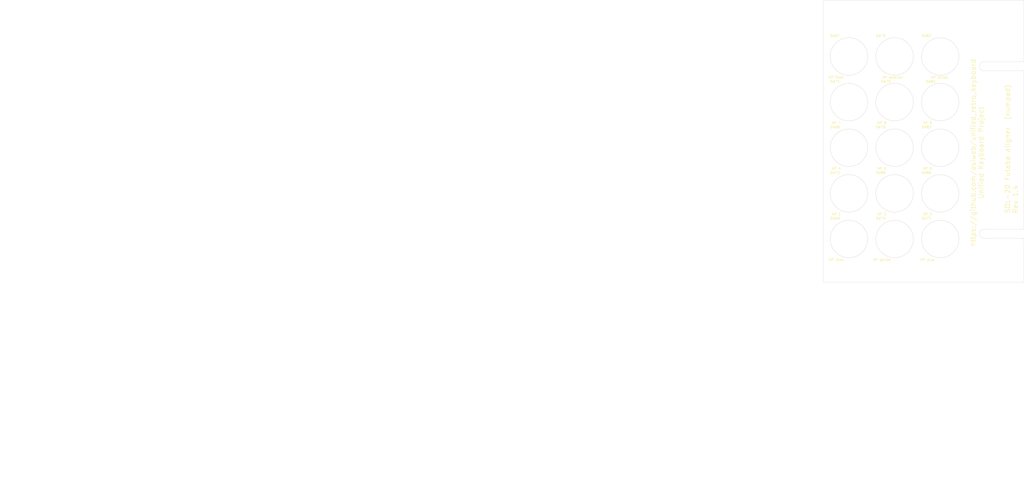
<source format=kicad_pcb>
(kicad_pcb (version 20171130) (host pcbnew "(5.1.5-0-10_14)")

  (general
    (thickness 1.6)
    (drawings 15)
    (tracks 0)
    (zones 0)
    (modules 19)
    (nets 1)
  )

  (page C)
  (title_block
    (title "Unified Retro Keyboard")
    (date 2019-08-25)
    (rev 1.1)
    (company OSIWeb.org)
    (comment 1 "Key aligner - Futaba (numpad)")
  )

  (layers
    (0 F.Cu signal)
    (31 B.Cu signal)
    (32 B.Adhes user)
    (33 F.Adhes user)
    (34 B.Paste user)
    (35 F.Paste user)
    (36 B.SilkS user)
    (37 F.SilkS user)
    (38 B.Mask user)
    (39 F.Mask user)
    (40 Dwgs.User user)
    (41 Cmts.User user)
    (42 Eco1.User user)
    (43 Eco2.User user)
    (44 Edge.Cuts user)
    (45 Margin user)
    (46 B.CrtYd user)
    (47 F.CrtYd user)
    (48 B.Fab user)
    (49 F.Fab user)
  )

  (setup
    (last_trace_width 0.254)
    (user_trace_width 0.254)
    (user_trace_width 0.508)
    (user_trace_width 1.27)
    (trace_clearance 0.2)
    (zone_clearance 0.508)
    (zone_45_only no)
    (trace_min 0.2)
    (via_size 0.8128)
    (via_drill 0.4064)
    (via_min_size 0.4)
    (via_min_drill 0.3)
    (user_via 1.27 0.7112)
    (uvia_size 0.3048)
    (uvia_drill 0.1016)
    (uvias_allowed no)
    (uvia_min_size 0.2)
    (uvia_min_drill 0.1)
    (edge_width 0.05)
    (segment_width 0.2)
    (pcb_text_width 0.3)
    (pcb_text_size 1.5 1.5)
    (mod_edge_width 0.12)
    (mod_text_size 1 1)
    (mod_text_width 0.15)
    (pad_size 3.81 3.81)
    (pad_drill 3.81)
    (pad_to_mask_clearance 0)
    (aux_axis_origin 61.4172 179.1081)
    (grid_origin 76.835 223.393)
    (visible_elements 7FFFEFFF)
    (pcbplotparams
      (layerselection 0x010fc_ffffffff)
      (usegerberextensions false)
      (usegerberattributes false)
      (usegerberadvancedattributes false)
      (creategerberjobfile false)
      (excludeedgelayer true)
      (linewidth 0.100000)
      (plotframeref false)
      (viasonmask false)
      (mode 1)
      (useauxorigin false)
      (hpglpennumber 1)
      (hpglpenspeed 20)
      (hpglpendiameter 15.000000)
      (psnegative false)
      (psa4output false)
      (plotreference true)
      (plotvalue true)
      (plotinvisibletext false)
      (padsonsilk false)
      (subtractmaskfromsilk false)
      (outputformat 1)
      (mirror false)
      (drillshape 0)
      (scaleselection 1)
      (outputdirectory "outputs"))
  )

  (net 0 "")

  (net_class Default "This is the default net class."
    (clearance 0.2)
    (trace_width 0.254)
    (via_dia 0.8128)
    (via_drill 0.4064)
    (uvia_dia 0.3048)
    (uvia_drill 0.1016)
    (diff_pair_width 0.2032)
    (diff_pair_gap 0.254)
  )

  (net_class power1 ""
    (clearance 0.254)
    (trace_width 1.27)
    (via_dia 1.27)
    (via_drill 0.7112)
    (uvia_dia 0.3048)
    (uvia_drill 0.1016)
    (diff_pair_width 0.2032)
    (diff_pair_gap 0.254)
  )

  (net_class signal ""
    (clearance 0.2032)
    (trace_width 0.254)
    (via_dia 0.8128)
    (via_drill 0.4064)
    (uvia_dia 0.3048)
    (uvia_drill 0.1016)
    (diff_pair_width 0.2032)
    (diff_pair_gap 0.254)
  )

  (module unikbd:Futaba-MD-4PCS-aligner locked (layer F.Cu) (tedit 5DA63068) (tstamp 5E12D55C)
    (at 451.47738 168.69156)
    (path /5E16AC8E/5E1BE10C)
    (fp_text reference SW76 (at -5.7912 -8.6106) (layer F.SilkS)
      (effects (font (size 1 1) (thickness 0.15)))
    )
    (fp_text value "NP 5" (at -5.334 8.6614) (layer F.SilkS)
      (effects (font (size 1 1) (thickness 0.15)))
    )
    (fp_circle (center 0 0) (end 7.8232 0) (layer Edge.Cuts) (width 0.12))
    (pad "" np_thru_hole circle (at -6.985 -6.985) (size 1.6256 1.6256) (drill 1.6256) (layers *.Cu *.Mask))
    (pad "" np_thru_hole circle (at -6.985 6.985) (size 1.6256 1.6256) (drill 1.6256) (layers *.Cu *.Mask))
    (pad "" np_thru_hole circle (at 6.985 6.985) (size 1.6256 1.6256) (drill 1.6256) (layers *.Cu *.Mask))
    (pad "" np_thru_hole circle (at 6.985 -6.985) (size 1.6256 1.6256) (drill 1.6256) (layers *.Cu *.Mask))
  )

  (module unikbd:Futaba-MD-4PCS-aligner locked (layer F.Cu) (tedit 5DA63068) (tstamp 5E12D4BC)
    (at 432.42738 168.69156)
    (path /5E16AC8E/5E1BE109)
    (fp_text reference SW68 (at -5.7912 -8.6106) (layer F.SilkS)
      (effects (font (size 1 1) (thickness 0.15)))
    )
    (fp_text value "NP 4" (at -5.334 8.6614) (layer F.SilkS)
      (effects (font (size 1 1) (thickness 0.15)))
    )
    (fp_circle (center 0 0) (end 7.8232 0) (layer Edge.Cuts) (width 0.12))
    (pad "" np_thru_hole circle (at -6.985 -6.985) (size 1.6256 1.6256) (drill 1.6256) (layers *.Cu *.Mask))
    (pad "" np_thru_hole circle (at -6.985 6.985) (size 1.6256 1.6256) (drill 1.6256) (layers *.Cu *.Mask))
    (pad "" np_thru_hole circle (at 6.985 6.985) (size 1.6256 1.6256) (drill 1.6256) (layers *.Cu *.Mask))
    (pad "" np_thru_hole circle (at 6.985 -6.985) (size 1.6256 1.6256) (drill 1.6256) (layers *.Cu *.Mask))
  )

  (module unikbd:Futaba-MD-4PCS-aligner locked (layer F.Cu) (tedit 5DA63068) (tstamp 5E12D5E8)
    (at 470.52738 168.69156)
    (path /5E16AC8E/5E1BE10D)
    (fp_text reference SW83 (at -5.7912 -8.6106) (layer F.SilkS)
      (effects (font (size 1 1) (thickness 0.15)))
    )
    (fp_text value "NP 6" (at -5.334 8.6614) (layer F.SilkS)
      (effects (font (size 1 1) (thickness 0.15)))
    )
    (fp_circle (center 0 0) (end 7.8232 0) (layer Edge.Cuts) (width 0.12))
    (pad "" np_thru_hole circle (at -6.985 -6.985) (size 1.6256 1.6256) (drill 1.6256) (layers *.Cu *.Mask))
    (pad "" np_thru_hole circle (at -6.985 6.985) (size 1.6256 1.6256) (drill 1.6256) (layers *.Cu *.Mask))
    (pad "" np_thru_hole circle (at 6.985 6.985) (size 1.6256 1.6256) (drill 1.6256) (layers *.Cu *.Mask))
    (pad "" np_thru_hole circle (at 6.985 -6.985) (size 1.6256 1.6256) (drill 1.6256) (layers *.Cu *.Mask))
  )

  (module unikbd:Futaba-MD-4PCS-aligner locked (layer F.Cu) (tedit 5DA63068) (tstamp 5E120789)
    (at 470.52738 149.64156)
    (path /5E16AC8E/5E1BE103)
    (fp_text reference SW85 (at -4.03098 -8.56996) (layer F.SilkS)
      (effects (font (size 1 1) (thickness 0.15)))
    )
    (fp_text value "NP 9" (at -5.334 8.6614) (layer F.SilkS)
      (effects (font (size 1 1) (thickness 0.15)))
    )
    (fp_circle (center 0 0) (end 7.8232 0) (layer Edge.Cuts) (width 0.12))
    (pad "" np_thru_hole circle (at -6.985 -6.985) (size 1.6256 1.6256) (drill 1.6256) (layers *.Cu *.Mask))
    (pad "" np_thru_hole circle (at -6.985 6.985) (size 1.6256 1.6256) (drill 1.6256) (layers *.Cu *.Mask))
    (pad "" np_thru_hole circle (at 6.985 6.985) (size 1.6256 1.6256) (drill 1.6256) (layers *.Cu *.Mask))
    (pad "" np_thru_hole circle (at 6.985 -6.985) (size 1.6256 1.6256) (drill 1.6256) (layers *.Cu *.Mask))
  )

  (module unikbd:Futaba-MD-4PCS-aligner locked (layer F.Cu) (tedit 5DA63068) (tstamp 5E12D624)
    (at 470.52738 187.74156)
    (path /5E16AC8E/5E1BE10E)
    (fp_text reference SW86 (at -5.7912 -8.6106) (layer F.SilkS)
      (effects (font (size 1 1) (thickness 0.15)))
    )
    (fp_text value "NP 3" (at -5.334 8.6614) (layer F.SilkS)
      (effects (font (size 1 1) (thickness 0.15)))
    )
    (fp_circle (center 0 0) (end 7.8232 0) (layer Edge.Cuts) (width 0.12))
    (pad "" np_thru_hole circle (at -6.985 -6.985) (size 1.6256 1.6256) (drill 1.6256) (layers *.Cu *.Mask))
    (pad "" np_thru_hole circle (at -6.985 6.985) (size 1.6256 1.6256) (drill 1.6256) (layers *.Cu *.Mask))
    (pad "" np_thru_hole circle (at 6.985 6.985) (size 1.6256 1.6256) (drill 1.6256) (layers *.Cu *.Mask))
    (pad "" np_thru_hole circle (at 6.985 -6.985) (size 1.6256 1.6256) (drill 1.6256) (layers *.Cu *.Mask))
  )

  (module unikbd:Futaba-MD-4PCS-aligner locked (layer F.Cu) (tedit 5DA63068) (tstamp 5E12D5D4)
    (at 470.52738 130.59156)
    (path /5E16AC8E/5E1BE102)
    (fp_text reference SW82 (at -5.7912 -8.6106) (layer F.SilkS)
      (effects (font (size 1 1) (thickness 0.15)))
    )
    (fp_text value "NP divide" (at -0.29718 8.72744) (layer F.SilkS)
      (effects (font (size 1 1) (thickness 0.15)))
    )
    (fp_circle (center 0 0) (end 7.8232 0) (layer Edge.Cuts) (width 0.12))
    (pad "" np_thru_hole circle (at -6.985 -6.985) (size 1.6256 1.6256) (drill 1.6256) (layers *.Cu *.Mask))
    (pad "" np_thru_hole circle (at -6.985 6.985) (size 1.6256 1.6256) (drill 1.6256) (layers *.Cu *.Mask))
    (pad "" np_thru_hole circle (at 6.985 6.985) (size 1.6256 1.6256) (drill 1.6256) (layers *.Cu *.Mask))
    (pad "" np_thru_hole circle (at 6.985 -6.985) (size 1.6256 1.6256) (drill 1.6256) (layers *.Cu *.Mask))
  )

  (module unikbd:Futaba-MD-4PCS-aligner locked (layer F.Cu) (tedit 5DA63068) (tstamp 5E12D5AC)
    (at 451.47738 187.74156)
    (path /5E16AC8E/5E1BE10B)
    (fp_text reference SW80 (at -5.7912 -8.6106) (layer F.SilkS)
      (effects (font (size 1 1) (thickness 0.15)))
    )
    (fp_text value "NP 2" (at -5.334 8.6614) (layer F.SilkS)
      (effects (font (size 1 1) (thickness 0.15)))
    )
    (fp_circle (center 0 0) (end 7.8232 0) (layer Edge.Cuts) (width 0.12))
    (pad "" np_thru_hole circle (at -6.985 -6.985) (size 1.6256 1.6256) (drill 1.6256) (layers *.Cu *.Mask))
    (pad "" np_thru_hole circle (at -6.985 6.985) (size 1.6256 1.6256) (drill 1.6256) (layers *.Cu *.Mask))
    (pad "" np_thru_hole circle (at 6.985 6.985) (size 1.6256 1.6256) (drill 1.6256) (layers *.Cu *.Mask))
    (pad "" np_thru_hole circle (at 6.985 -6.985) (size 1.6256 1.6256) (drill 1.6256) (layers *.Cu *.Mask))
  )

  (module unikbd:Futaba-MD-4PCS-aligner locked (layer F.Cu) (tedit 5DA63068) (tstamp 5E12D598)
    (at 451.47738 149.64156)
    (path /5E16AC8E/5E1BE100)
    (fp_text reference SW79 (at -3.75158 -8.56996) (layer F.SilkS)
      (effects (font (size 1 1) (thickness 0.15)))
    )
    (fp_text value "NP 8" (at -5.334 8.6614) (layer F.SilkS)
      (effects (font (size 1 1) (thickness 0.15)))
    )
    (fp_circle (center 0 0) (end 7.8232 0) (layer Edge.Cuts) (width 0.12))
    (pad "" np_thru_hole circle (at -6.985 -6.985) (size 1.6256 1.6256) (drill 1.6256) (layers *.Cu *.Mask))
    (pad "" np_thru_hole circle (at -6.985 6.985) (size 1.6256 1.6256) (drill 1.6256) (layers *.Cu *.Mask))
    (pad "" np_thru_hole circle (at 6.985 6.985) (size 1.6256 1.6256) (drill 1.6256) (layers *.Cu *.Mask))
    (pad "" np_thru_hole circle (at 6.985 -6.985) (size 1.6256 1.6256) (drill 1.6256) (layers *.Cu *.Mask))
  )

  (module unikbd:Futaba-MD-4PCS-aligner locked (layer F.Cu) (tedit 5DA63068) (tstamp 5E12D570)
    (at 470.52738 206.79156)
    (path /5E16AC8E/5E1BE116)
    (fp_text reference SW77 (at -5.7912 -8.6106) (layer F.SilkS)
      (effects (font (size 1 1) (thickness 0.15)))
    )
    (fp_text value "NP plus" (at -5.334 8.6614) (layer F.SilkS)
      (effects (font (size 1 1) (thickness 0.15)))
    )
    (fp_circle (center 0 0) (end 7.8232 0) (layer Edge.Cuts) (width 0.12))
    (pad "" np_thru_hole circle (at -6.985 -6.985) (size 1.6256 1.6256) (drill 1.6256) (layers *.Cu *.Mask))
    (pad "" np_thru_hole circle (at -6.985 6.985) (size 1.6256 1.6256) (drill 1.6256) (layers *.Cu *.Mask))
    (pad "" np_thru_hole circle (at 6.985 6.985) (size 1.6256 1.6256) (drill 1.6256) (layers *.Cu *.Mask))
    (pad "" np_thru_hole circle (at 6.985 -6.985) (size 1.6256 1.6256) (drill 1.6256) (layers *.Cu *.Mask))
  )

  (module unikbd:Futaba-MD-4PCS-aligner locked (layer F.Cu) (tedit 5DA63068) (tstamp 5E114E20)
    (at 451.47738 130.59156)
    (path /5E16AC8E/5E1BE101)
    (fp_text reference SW75 (at -5.7912 -8.6106) (layer F.SilkS)
      (effects (font (size 1 1) (thickness 0.15)))
    )
    (fp_text value "NP asterisk" (at -0.88138 8.72744) (layer F.SilkS)
      (effects (font (size 1 1) (thickness 0.15)))
    )
    (fp_circle (center 0 0) (end 7.8232 0) (layer Edge.Cuts) (width 0.12))
    (pad "" np_thru_hole circle (at -6.985 -6.985) (size 1.6256 1.6256) (drill 1.6256) (layers *.Cu *.Mask))
    (pad "" np_thru_hole circle (at -6.985 6.985) (size 1.6256 1.6256) (drill 1.6256) (layers *.Cu *.Mask))
    (pad "" np_thru_hole circle (at 6.985 6.985) (size 1.6256 1.6256) (drill 1.6256) (layers *.Cu *.Mask))
    (pad "" np_thru_hole circle (at 6.985 -6.985) (size 1.6256 1.6256) (drill 1.6256) (layers *.Cu *.Mask))
  )

  (module unikbd:Futaba-MD-4PCS-aligner locked (layer F.Cu) (tedit 5DA63068) (tstamp 5E12D520)
    (at 451.47738 206.79156)
    (path /5E16AC8E/5BC6D0AD)
    (fp_text reference SW73 (at -5.7912 -8.6106) (layer F.SilkS)
      (effects (font (size 1 1) (thickness 0.15)))
    )
    (fp_text value "NP period" (at -5.334 8.6614) (layer F.SilkS)
      (effects (font (size 1 1) (thickness 0.15)))
    )
    (fp_circle (center 0 0) (end 7.8232 0) (layer Edge.Cuts) (width 0.12))
    (pad "" np_thru_hole circle (at -6.985 -6.985) (size 1.6256 1.6256) (drill 1.6256) (layers *.Cu *.Mask))
    (pad "" np_thru_hole circle (at -6.985 6.985) (size 1.6256 1.6256) (drill 1.6256) (layers *.Cu *.Mask))
    (pad "" np_thru_hole circle (at 6.985 6.985) (size 1.6256 1.6256) (drill 1.6256) (layers *.Cu *.Mask))
    (pad "" np_thru_hole circle (at 6.985 -6.985) (size 1.6256 1.6256) (drill 1.6256) (layers *.Cu *.Mask))
  )

  (module unikbd:Futaba-MD-4PCS-aligner locked (layer F.Cu) (tedit 5DA63068) (tstamp 5E12D50C)
    (at 432.42738 187.74156)
    (path /5E16AC8E/5E1BE10A)
    (fp_text reference SW72 (at -5.7912 -8.6106) (layer F.SilkS)
      (effects (font (size 1 1) (thickness 0.15)))
    )
    (fp_text value "NP 1" (at -5.334 8.6614) (layer F.SilkS)
      (effects (font (size 1 1) (thickness 0.15)))
    )
    (fp_circle (center 0 0) (end 7.8232 0) (layer Edge.Cuts) (width 0.12))
    (pad "" np_thru_hole circle (at -6.985 -6.985) (size 1.6256 1.6256) (drill 1.6256) (layers *.Cu *.Mask))
    (pad "" np_thru_hole circle (at -6.985 6.985) (size 1.6256 1.6256) (drill 1.6256) (layers *.Cu *.Mask))
    (pad "" np_thru_hole circle (at 6.985 6.985) (size 1.6256 1.6256) (drill 1.6256) (layers *.Cu *.Mask))
    (pad "" np_thru_hole circle (at 6.985 -6.985) (size 1.6256 1.6256) (drill 1.6256) (layers *.Cu *.Mask))
  )

  (module unikbd:Futaba-MD-4PCS-aligner locked (layer F.Cu) (tedit 5DA63068) (tstamp 5E12D4F8)
    (at 432.42738 149.64156)
    (path /5E16AC8E/5E1BE0FF)
    (fp_text reference SW71 (at -5.7912 -8.6106) (layer F.SilkS)
      (effects (font (size 1 1) (thickness 0.15)))
    )
    (fp_text value "NP 7" (at -5.334 8.6614) (layer F.SilkS)
      (effects (font (size 1 1) (thickness 0.15)))
    )
    (fp_circle (center 0 0) (end 7.8232 0) (layer Edge.Cuts) (width 0.12))
    (pad "" np_thru_hole circle (at -6.985 -6.985) (size 1.6256 1.6256) (drill 1.6256) (layers *.Cu *.Mask))
    (pad "" np_thru_hole circle (at -6.985 6.985) (size 1.6256 1.6256) (drill 1.6256) (layers *.Cu *.Mask))
    (pad "" np_thru_hole circle (at 6.985 6.985) (size 1.6256 1.6256) (drill 1.6256) (layers *.Cu *.Mask))
    (pad "" np_thru_hole circle (at 6.985 -6.985) (size 1.6256 1.6256) (drill 1.6256) (layers *.Cu *.Mask))
  )

  (module unikbd:Futaba-MD-4PCS-aligner locked (layer F.Cu) (tedit 5DA63068) (tstamp 5E12D4D0)
    (at 432.42738 206.79156)
    (path /5E16AC8E/5E149AE2)
    (fp_text reference SW69 (at -5.7912 -8.6106) (layer F.SilkS)
      (effects (font (size 1 1) (thickness 0.15)))
    )
    (fp_text value "NP Zero" (at -5.334 8.6614) (layer F.SilkS)
      (effects (font (size 1 1) (thickness 0.15)))
    )
    (fp_circle (center 0 0) (end 7.8232 0) (layer Edge.Cuts) (width 0.12))
    (pad "" np_thru_hole circle (at -6.985 -6.985) (size 1.6256 1.6256) (drill 1.6256) (layers *.Cu *.Mask))
    (pad "" np_thru_hole circle (at -6.985 6.985) (size 1.6256 1.6256) (drill 1.6256) (layers *.Cu *.Mask))
    (pad "" np_thru_hole circle (at 6.985 6.985) (size 1.6256 1.6256) (drill 1.6256) (layers *.Cu *.Mask))
    (pad "" np_thru_hole circle (at 6.985 -6.985) (size 1.6256 1.6256) (drill 1.6256) (layers *.Cu *.Mask))
  )

  (module unikbd:Futaba-MD-4PCS-aligner locked (layer F.Cu) (tedit 5DA63068) (tstamp 5E12D4A8)
    (at 432.42738 130.59156)
    (path /5E16AC8E/5E13E76B)
    (fp_text reference SW67 (at -5.7912 -8.6106) (layer F.SilkS)
      (effects (font (size 1 1) (thickness 0.15)))
    )
    (fp_text value "NP Dash" (at -5.334 8.6614) (layer F.SilkS)
      (effects (font (size 1 1) (thickness 0.15)))
    )
    (fp_circle (center 0 0) (end 7.8232 0) (layer Edge.Cuts) (width 0.12))
    (pad "" np_thru_hole circle (at -6.985 -6.985) (size 1.6256 1.6256) (drill 1.6256) (layers *.Cu *.Mask))
    (pad "" np_thru_hole circle (at -6.985 6.985) (size 1.6256 1.6256) (drill 1.6256) (layers *.Cu *.Mask))
    (pad "" np_thru_hole circle (at 6.985 6.985) (size 1.6256 1.6256) (drill 1.6256) (layers *.Cu *.Mask))
    (pad "" np_thru_hole circle (at 6.985 -6.985) (size 1.6256 1.6256) (drill 1.6256) (layers *.Cu *.Mask))
  )

  (module MountingHole:MountingHole_3.2mm_M3 locked (layer F.Cu) (tedit 56D1B4CB) (tstamp 5E75490D)
    (at 432.42738 219.49156)
    (descr "Mounting Hole 3.2mm, no annular, M3")
    (tags "mounting hole 3.2mm no annular m3")
    (attr virtual)
    (fp_text reference REF** (at 0 -4.2) (layer F.SilkS) hide
      (effects (font (size 1 1) (thickness 0.15)))
    )
    (fp_text value MountingHole_3.2mm_M3 (at 0 4.2) (layer F.Fab)
      (effects (font (size 1 1) (thickness 0.15)))
    )
    (fp_text user %R (at 0.3 0) (layer F.Fab)
      (effects (font (size 1 1) (thickness 0.15)))
    )
    (fp_circle (center 0 0) (end 3.2 0) (layer Cmts.User) (width 0.15))
    (fp_circle (center 0 0) (end 3.45 0) (layer F.CrtYd) (width 0.05))
    (pad 1 np_thru_hole circle (at 0 0) (size 3.2 3.2) (drill 3.2) (layers *.Cu *.Mask))
  )

  (module MountingHole:MountingHole_3.2mm_M3 locked (layer F.Cu) (tedit 56D1B4CB) (tstamp 5E75490D)
    (at 470.52738 219.49156)
    (descr "Mounting Hole 3.2mm, no annular, M3")
    (tags "mounting hole 3.2mm no annular m3")
    (attr virtual)
    (fp_text reference REF** (at 0 -4.2) (layer F.SilkS) hide
      (effects (font (size 1 1) (thickness 0.15)))
    )
    (fp_text value MountingHole_3.2mm_M3 (at 0 4.2) (layer F.Fab)
      (effects (font (size 1 1) (thickness 0.15)))
    )
    (fp_text user %R (at 0.3 0) (layer F.Fab)
      (effects (font (size 1 1) (thickness 0.15)))
    )
    (fp_circle (center 0 0) (end 3.2 0) (layer Cmts.User) (width 0.15))
    (fp_circle (center 0 0) (end 3.45 0) (layer F.CrtYd) (width 0.05))
    (pad 1 np_thru_hole circle (at 0 0) (size 3.2 3.2) (drill 3.2) (layers *.Cu *.Mask))
  )

  (module MountingHole:MountingHole_3.2mm_M3 locked (layer F.Cu) (tedit 56D1B4CB) (tstamp 5E75490D)
    (at 470.52738 114.08156)
    (descr "Mounting Hole 3.2mm, no annular, M3")
    (tags "mounting hole 3.2mm no annular m3")
    (attr virtual)
    (fp_text reference REF** (at 0 -4.2) (layer F.SilkS) hide
      (effects (font (size 1 1) (thickness 0.15)))
    )
    (fp_text value MountingHole_3.2mm_M3 (at 0 4.2) (layer F.Fab)
      (effects (font (size 1 1) (thickness 0.15)))
    )
    (fp_text user %R (at 0.3 0) (layer F.Fab)
      (effects (font (size 1 1) (thickness 0.15)))
    )
    (fp_circle (center 0 0) (end 3.2 0) (layer Cmts.User) (width 0.15))
    (fp_circle (center 0 0) (end 3.45 0) (layer F.CrtYd) (width 0.05))
    (pad 1 np_thru_hole circle (at 0 0) (size 3.2 3.2) (drill 3.2) (layers *.Cu *.Mask))
  )

  (module MountingHole:MountingHole_3.2mm_M3 locked (layer F.Cu) (tedit 56D1B4CB) (tstamp 5E75490D)
    (at 432.42738 114.08156)
    (descr "Mounting Hole 3.2mm, no annular, M3")
    (tags "mounting hole 3.2mm no annular m3")
    (attr virtual)
    (fp_text reference REF** (at 0 -4.2) (layer F.SilkS) hide
      (effects (font (size 1 1) (thickness 0.15)))
    )
    (fp_text value MountingHole_3.2mm_M3 (at 0 4.2) (layer F.Fab)
      (effects (font (size 1 1) (thickness 0.15)))
    )
    (fp_text user %R (at 0.3 0) (layer F.Fab)
      (effects (font (size 1 1) (thickness 0.15)))
    )
    (fp_circle (center 0 0) (end 3.2 0) (layer Cmts.User) (width 0.15))
    (fp_circle (center 0 0) (end 3.45 0) (layer F.CrtYd) (width 0.05))
    (pad 1 np_thru_hole circle (at 0 0) (size 3.2 3.2) (drill 3.2) (layers *.Cu *.Mask))
  )

  (gr_line (start 505.44984 202.66914) (end 505.44984 136.62914) (layer Edge.Cuts) (width 0.1016) (tstamp 5E8D7DB8))
  (gr_line (start 421.767 224.79) (end 421.767 107.0864) (layer Edge.Cuts) (width 0.1016) (tstamp 5E8D7DA3))
  (gr_text "SOL-20 Futaba aligner  (numpad)\nRev 1.4\n" (at 500.2784 196.1896 90) (layer F.SilkS)
    (effects (font (size 2.032 2.032) (thickness 0.2032)) (justify left))
  )
  (gr_text "https://github.com/osiweb/unified_retro_keyboard\nUnified Keyboard Project" (at 485.9274 170.7642 90) (layer F.SilkS)
    (effects (font (size 2.032 2.032) (thickness 0.2032)))
  )
  (gr_text "Key spacing guide:\nVertical: 0.75 inch.\n\nKey1, Key2  ->  Centers (inches)\n\n1.00,  1.00  ->  0.75\n1.00,  1.25  ->  0.84375\n1.00,  1.50  ->  0.9375\n1.00,  1.75  ->  1.03125\n1.00,  2.00  ->  1.125\n1.25,  1.25  ->  0.9375\n1.25,  1.50  ->  1.03125\n1.25,  2.00  ->  1.21875\n1.50,  1.50  ->  1.125\n1.50,  2.00  ->  1.3125\n1.75,  2.00. ->. 1.40625\n8.00,  1.00  ->  3.375\n8.00,  1.25  ->  3.46875\n8.00,  1.50  ->  3.5625" (at 78.1304 274.8788) (layer F.Mask) (tstamp 5E6EC889)
    (effects (font (size 2.032 2.032) (thickness 0.3048)) (justify left))
  )
  (gr_line (start 505.45238 107.0864) (end 505.45238 132.81914) (layer Edge.Cuts) (width 0.1016) (tstamp 5E1A7AFB))
  (gr_line (start 505.45238 224.79) (end 505.45238 206.47914) (layer Edge.Cuts) (width 0.1016) (tstamp 5E1A7AF2))
  (gr_line (start 488.78109 206.47914) (end 505.44984 206.47914) (layer Edge.Cuts) (width 0.1016) (tstamp 5E1A7AB0))
  (gr_line (start 488.78109 136.62914) (end 505.44984 136.62914) (layer Edge.Cuts) (width 0.1016) (tstamp 5E1A7AD5))
  (gr_line (start 488.78109 132.81914) (end 505.44984 132.81914) (layer Edge.Cuts) (width 0.1016) (tstamp 5E1A7AD8))
  (gr_arc (start 488.78109 134.72414) (end 488.78109 132.81914) (angle -180) (layer Edge.Cuts) (width 0.1016) (tstamp 5E1A7ADB))
  (gr_line (start 488.78109 202.66914) (end 505.44984 202.66914) (layer Edge.Cuts) (width 0.1016) (tstamp 5E1A7AAC))
  (gr_arc (start 488.78109 204.57414) (end 488.78109 202.66914) (angle -180) (layer Edge.Cuts) (width 0.1016) (tstamp 5E1A7AAB))
  (gr_line (start 421.767 224.79) (end 505.45238 224.79) (layer Edge.Cuts) (width 0.1) (tstamp 5E3178AB))
  (gr_line (start 505.45238 107.0864) (end 421.767 107.0864) (layer Edge.Cuts) (width 0.1016) (tstamp 5D91148D))

)

</source>
